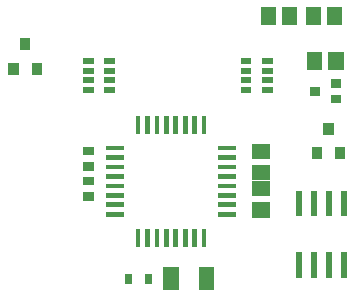
<source format=gbr>
G04 start of page 11 for group -4015 idx -4015 *
G04 Title: (unknown), toppaste *
G04 Creator: pcb 20110918 *
G04 CreationDate: Fri 07 Mar 2014 04:06:25 AM GMT UTC *
G04 For: julien *
G04 Format: Gerber/RS-274X *
G04 PCB-Dimensions: 120000 113000 *
G04 PCB-Coordinate-Origin: lower left *
%MOIN*%
%FSLAX25Y25*%
%LNTOPPASTE*%
%ADD133R,0.0240X0.0240*%
%ADD132R,0.0157X0.0157*%
%ADD131R,0.0295X0.0295*%
%ADD130R,0.0200X0.0200*%
%ADD129R,0.0290X0.0290*%
%ADD128R,0.0512X0.0512*%
%ADD127R,0.0197X0.0197*%
%ADD126R,0.0340X0.0340*%
G54D126*X7500Y78300D02*Y77700D01*
X15300Y78300D02*Y77700D01*
X11400Y86500D02*Y85900D01*
G54D127*X91297Y71052D02*X92872D01*
X91297Y74202D02*X92872D01*
X91297Y77350D02*X92872D01*
X91297Y80500D02*X92872D01*
X84212D02*X85787D01*
X84212Y77350D02*X85787D01*
X84212Y74202D02*X85787D01*
X84212Y71052D02*X85787D01*
X31712Y80500D02*X33288D01*
X31712Y77350D02*X33288D01*
X31712Y74202D02*X33288D01*
X31712Y71052D02*X33288D01*
X38798D02*X40372D01*
X38798Y74202D02*X40372D01*
X38798Y77350D02*X40372D01*
X38798Y80500D02*X40372D01*
G54D128*X107500Y95893D02*Y95107D01*
X114586Y95893D02*Y95107D01*
G54D126*X108600Y50100D02*Y49500D01*
X116400Y50100D02*Y49500D01*
X112500Y58300D02*Y57700D01*
G54D128*X115000Y80893D02*Y80107D01*
X107914Y80893D02*Y80107D01*
G54D129*X114700Y67900D02*X115300D01*
X114700Y73000D02*X115300D01*
X107700Y70500D02*X108300D01*
G54D130*X102500Y15750D02*Y9250D01*
X107500Y15750D02*Y9250D01*
X112500Y15750D02*Y9250D01*
X117500Y15750D02*Y9250D01*
Y36250D02*Y29750D01*
X112500Y36250D02*Y29750D01*
X107500Y36250D02*Y29750D01*
X102500Y36250D02*Y29750D01*
G54D128*X89607Y38000D02*X90393D01*
X89607Y30914D02*X90393D01*
X89607Y50500D02*X90393D01*
X89607Y43414D02*X90393D01*
G54D131*X32008Y40559D02*X32992D01*
X32008Y35441D02*X32992D01*
X32008Y50559D02*X32992D01*
X32008Y45441D02*X32992D01*
G54D132*X39008Y51523D02*X43434D01*
X39008Y48374D02*X43434D01*
X39008Y45224D02*X43434D01*
X39008Y42075D02*X43434D01*
X39008Y38925D02*X43434D01*
X39008Y35775D02*X43434D01*
X39008Y32626D02*X43434D01*
X39008Y29476D02*X43434D01*
X48977Y23934D02*Y19508D01*
X52126Y23934D02*Y19508D01*
X55276Y23934D02*Y19508D01*
X58425Y23934D02*Y19508D01*
X61575Y23934D02*Y19508D01*
X64725Y23934D02*Y19508D01*
X67874Y23934D02*Y19508D01*
X71024Y23934D02*Y19508D01*
X76566Y29477D02*X80992D01*
X76566Y32626D02*X80992D01*
X76566Y35776D02*X80992D01*
X76566Y38925D02*X80992D01*
X76566Y42075D02*X80992D01*
X76566Y45225D02*X80992D01*
X76566Y48374D02*X80992D01*
X76566Y51524D02*X80992D01*
X71023Y61492D02*Y57066D01*
X67874Y61492D02*Y57066D01*
X64724Y61492D02*Y57066D01*
X61575Y61492D02*Y57066D01*
X58425Y61492D02*Y57066D01*
X55275Y61492D02*Y57066D01*
X52126Y61492D02*Y57066D01*
X48976Y61492D02*Y57066D01*
G54D133*X52500Y8400D02*Y7600D01*
X45808Y8400D02*Y7600D01*
G54D128*X60000Y9181D02*Y6819D01*
X71810Y9181D02*Y6819D01*
X99586Y95893D02*Y95107D01*
X92500Y95893D02*Y95107D01*
M02*

</source>
